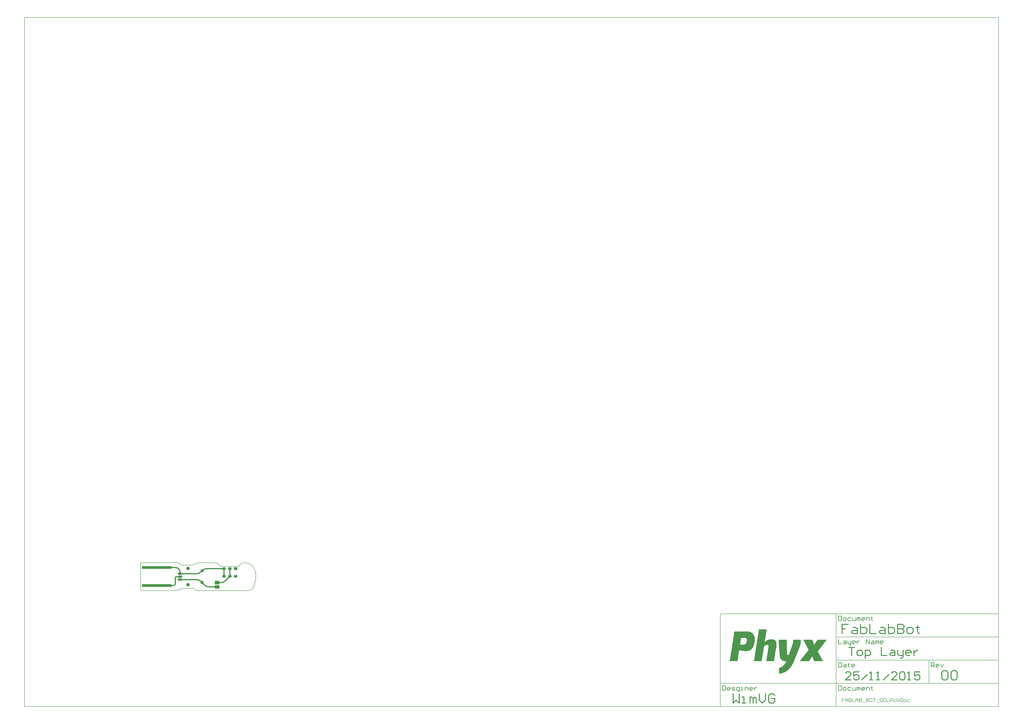
<source format=gtl>
G04 Layer_Physical_Order=1*
G04 Layer_Color=48896*
%FSLAX25Y25*%
%MOIN*%
G70*
G01*
G75*
%ADD10C,0.01969*%
%ADD11R,0.50000X0.05000*%
%ADD12C,0.01575*%
%ADD13C,0.00787*%
%ADD14C,0.00984*%
%ADD15C,0.05906*%
G04:AMPARAMS|DCode=16|XSize=49.21mil|YSize=49.21mil|CornerRadius=12.3mil|HoleSize=0mil|Usage=FLASHONLY|Rotation=90.000|XOffset=0mil|YOffset=0mil|HoleType=Round|Shape=RoundedRectangle|*
%AMROUNDEDRECTD16*
21,1,0.04921,0.02461,0,0,90.0*
21,1,0.02461,0.04921,0,0,90.0*
1,1,0.02461,0.01230,0.01230*
1,1,0.02461,0.01230,-0.01230*
1,1,0.02461,-0.01230,-0.01230*
1,1,0.02461,-0.01230,0.01230*
%
%ADD16ROUNDEDRECTD16*%
%ADD17R,0.04921X0.04921*%
%ADD18O,0.07874X0.03937*%
%ADD19O,0.07874X0.03937*%
G04:AMPARAMS|DCode=20|XSize=78.74mil|YSize=62.99mil|CornerRadius=15.75mil|HoleSize=0mil|Usage=FLASHONLY|Rotation=180.000|XOffset=0mil|YOffset=0mil|HoleType=Round|Shape=RoundedRectangle|*
%AMROUNDEDRECTD20*
21,1,0.07874,0.03150,0,0,180.0*
21,1,0.04724,0.06299,0,0,180.0*
1,1,0.03150,-0.02362,0.01575*
1,1,0.03150,0.02362,0.01575*
1,1,0.03150,0.02362,-0.01575*
1,1,0.03150,-0.02362,-0.01575*
%
%ADD20ROUNDEDRECTD20*%
%ADD21O,0.06299X0.04724*%
G04:AMPARAMS|DCode=22|XSize=62.99mil|YSize=47.24mil|CornerRadius=11.81mil|HoleSize=0mil|Usage=FLASHONLY|Rotation=180.000|XOffset=0mil|YOffset=0mil|HoleType=Round|Shape=RoundedRectangle|*
%AMROUNDEDRECTD22*
21,1,0.06299,0.02362,0,0,180.0*
21,1,0.03937,0.04724,0,0,180.0*
1,1,0.02362,-0.01969,0.01181*
1,1,0.02362,0.01969,0.01181*
1,1,0.02362,0.01969,-0.01181*
1,1,0.02362,-0.01969,-0.01181*
%
%ADD22ROUNDEDRECTD22*%
G36*
X1121080Y-83717D02*
Y-84003D01*
Y-84290D01*
Y-84576D01*
Y-84862D01*
Y-85149D01*
Y-85435D01*
Y-85721D01*
Y-86007D01*
Y-86294D01*
Y-86580D01*
Y-86866D01*
Y-87153D01*
Y-87439D01*
Y-87725D01*
Y-88012D01*
Y-88298D01*
Y-88584D01*
Y-88871D01*
Y-89157D01*
Y-89443D01*
X1120793D01*
Y-89730D01*
Y-90016D01*
Y-90302D01*
Y-90588D01*
Y-90875D01*
X1120507D01*
Y-91161D01*
Y-91448D01*
Y-91734D01*
Y-92020D01*
X1120221D01*
Y-92306D01*
Y-92593D01*
Y-92879D01*
Y-93165D01*
X1119934D01*
Y-93452D01*
Y-93738D01*
Y-94024D01*
X1119648D01*
Y-94311D01*
Y-94597D01*
Y-94883D01*
X1119362D01*
Y-95170D01*
Y-95456D01*
Y-95742D01*
X1119075D01*
Y-96029D01*
Y-96315D01*
Y-96601D01*
X1118789D01*
Y-96887D01*
Y-97174D01*
X1118503D01*
Y-97460D01*
Y-97746D01*
X1118217D01*
Y-98033D01*
Y-98319D01*
Y-98605D01*
X1117930D01*
Y-98892D01*
Y-99178D01*
X1117644D01*
Y-99464D01*
Y-99751D01*
Y-100037D01*
X1117358D01*
Y-100323D01*
Y-100610D01*
X1117071D01*
Y-100896D01*
Y-101182D01*
Y-101468D01*
X1116785D01*
Y-101755D01*
Y-102041D01*
X1116499D01*
Y-102327D01*
Y-102614D01*
Y-102900D01*
X1116212D01*
Y-103186D01*
Y-103473D01*
X1115926D01*
Y-103759D01*
Y-104045D01*
Y-104332D01*
X1115640D01*
Y-104618D01*
Y-104904D01*
X1115353D01*
Y-105191D01*
Y-105477D01*
Y-105763D01*
X1115067D01*
Y-106049D01*
Y-106336D01*
X1114781D01*
Y-106622D01*
Y-106908D01*
Y-107195D01*
X1114494D01*
Y-107481D01*
Y-107767D01*
X1114208D01*
Y-108054D01*
Y-108340D01*
Y-108626D01*
X1113922D01*
Y-108913D01*
Y-109199D01*
X1113636D01*
Y-109485D01*
Y-109772D01*
Y-110058D01*
X1113349D01*
Y-110344D01*
Y-110630D01*
X1113063D01*
Y-110917D01*
Y-111203D01*
Y-111489D01*
X1112776D01*
Y-111776D01*
Y-112062D01*
X1112490D01*
Y-112348D01*
Y-112635D01*
Y-112921D01*
X1112204D01*
Y-113207D01*
Y-113494D01*
X1111918D01*
Y-113780D01*
Y-114066D01*
Y-114353D01*
X1111631D01*
Y-114639D01*
Y-114925D01*
X1111345D01*
Y-115211D01*
Y-115498D01*
Y-115784D01*
X1111059D01*
Y-116070D01*
Y-116357D01*
X1110772D01*
Y-116643D01*
Y-116929D01*
Y-117216D01*
X1110486D01*
Y-117502D01*
Y-117788D01*
X1110200D01*
Y-118075D01*
Y-118361D01*
Y-118647D01*
X1109913D01*
Y-118933D01*
Y-119220D01*
X1109627D01*
Y-119506D01*
Y-119792D01*
Y-120079D01*
X1109341D01*
Y-120365D01*
Y-120651D01*
X1109054D01*
Y-120938D01*
Y-121224D01*
X1108768D01*
Y-121510D01*
Y-121797D01*
X1108482D01*
Y-122083D01*
Y-122369D01*
Y-122656D01*
X1108195D01*
Y-122942D01*
X1107909D01*
Y-123228D01*
Y-123514D01*
Y-123801D01*
X1107623D01*
Y-124087D01*
X1107337D01*
Y-124373D01*
Y-124660D01*
X1107050D01*
Y-124946D01*
Y-125232D01*
X1106764D01*
Y-125519D01*
Y-125805D01*
X1106478D01*
Y-126091D01*
Y-126378D01*
X1106191D01*
Y-126664D01*
X1105905D01*
Y-126950D01*
Y-127237D01*
X1105619D01*
Y-127523D01*
Y-127809D01*
X1105332D01*
Y-128095D01*
X1105046D01*
Y-128382D01*
X1104760D01*
Y-128668D01*
Y-128954D01*
X1104473D01*
Y-129241D01*
X1104187D01*
Y-129527D01*
Y-129813D01*
X1103901D01*
Y-130100D01*
X1103615D01*
Y-130386D01*
X1103328D01*
Y-130672D01*
Y-130959D01*
X1103042D01*
Y-131245D01*
X1102756D01*
Y-131531D01*
X1102469D01*
Y-131818D01*
X1102183D01*
Y-132104D01*
X1101897D01*
Y-132390D01*
Y-132676D01*
X1101610D01*
Y-132963D01*
X1101324D01*
Y-133249D01*
X1101038D01*
Y-133535D01*
X1100751D01*
Y-133822D01*
X1100465D01*
Y-134108D01*
X1100179D01*
Y-134394D01*
X1099892D01*
Y-134681D01*
X1099320D01*
Y-134967D01*
X1099034D01*
Y-135253D01*
X1098747D01*
Y-135540D01*
X1098461D01*
Y-135826D01*
X1098175D01*
Y-136112D01*
X1097602D01*
Y-136399D01*
X1097316D01*
Y-136685D01*
X1096743D01*
Y-136971D01*
X1096457D01*
Y-137258D01*
X1095884D01*
Y-137544D01*
X1095598D01*
Y-137830D01*
X1095025D01*
Y-138117D01*
X1094452D01*
Y-138403D01*
X1093880D01*
Y-138689D01*
X1093307D01*
Y-138975D01*
X1092735D01*
Y-139262D01*
X1091876D01*
Y-139548D01*
X1091303D01*
Y-139834D01*
X1090444D01*
Y-140121D01*
X1089299D01*
Y-140407D01*
X1088154D01*
Y-140693D01*
X1086436D01*
Y-140980D01*
X1084432D01*
Y-141266D01*
X1084145D01*
Y-140980D01*
Y-140693D01*
Y-140407D01*
Y-140121D01*
Y-139834D01*
Y-139548D01*
Y-139262D01*
Y-138975D01*
Y-138689D01*
Y-138403D01*
Y-138117D01*
Y-137830D01*
Y-137544D01*
Y-137258D01*
Y-136971D01*
Y-136685D01*
Y-136399D01*
Y-136112D01*
Y-135826D01*
Y-135540D01*
Y-135253D01*
Y-134967D01*
Y-134681D01*
Y-134394D01*
Y-134108D01*
Y-133822D01*
Y-133535D01*
Y-133249D01*
Y-132963D01*
Y-132676D01*
Y-132390D01*
Y-132104D01*
Y-131818D01*
X1084718D01*
Y-131531D01*
X1085291D01*
Y-131245D01*
X1085863D01*
Y-130959D01*
X1086436D01*
Y-130672D01*
X1087008D01*
Y-130386D01*
X1087581D01*
Y-130100D01*
X1087867D01*
Y-129813D01*
X1088440D01*
Y-129527D01*
X1088726D01*
Y-129241D01*
X1089299D01*
Y-128954D01*
X1089585D01*
Y-128668D01*
X1089872D01*
Y-128382D01*
X1090444D01*
Y-128095D01*
X1090730D01*
Y-127809D01*
X1091017D01*
Y-127523D01*
X1091303D01*
Y-127237D01*
X1091589D01*
Y-126950D01*
X1091876D01*
Y-126664D01*
X1092162D01*
Y-126378D01*
X1092448D01*
Y-126091D01*
X1092735D01*
Y-125805D01*
X1093021D01*
Y-125519D01*
X1093307D01*
Y-125232D01*
X1093594D01*
Y-124946D01*
Y-124660D01*
X1093880D01*
Y-124373D01*
X1094166D01*
Y-124087D01*
X1094452D01*
Y-123801D01*
Y-123514D01*
X1094739D01*
Y-123228D01*
X1095025D01*
Y-122942D01*
Y-122656D01*
X1095311D01*
Y-122369D01*
Y-122083D01*
X1095598D01*
Y-121797D01*
X1095884D01*
Y-121510D01*
Y-121224D01*
X1096170D01*
Y-120938D01*
Y-120651D01*
X1096457D01*
Y-120365D01*
Y-120079D01*
X1094739D01*
Y-119792D01*
X1092735D01*
Y-119506D01*
X1091589D01*
Y-119220D01*
X1091017D01*
Y-118933D01*
X1090158D01*
Y-118647D01*
X1089585D01*
Y-118361D01*
X1089299D01*
Y-118075D01*
X1088726D01*
Y-117788D01*
X1088440D01*
Y-117502D01*
X1088154D01*
Y-117216D01*
X1087867D01*
Y-116929D01*
X1087581D01*
Y-116643D01*
X1087295D01*
Y-116357D01*
Y-116070D01*
X1087008D01*
Y-115784D01*
X1086722D01*
Y-115498D01*
Y-115211D01*
X1086436D01*
Y-114925D01*
Y-114639D01*
X1086149D01*
Y-114353D01*
Y-114066D01*
X1085863D01*
Y-113780D01*
Y-113494D01*
Y-113207D01*
X1085577D01*
Y-112921D01*
Y-112635D01*
Y-112348D01*
Y-112062D01*
X1085291D01*
Y-111776D01*
Y-111489D01*
Y-111203D01*
Y-110917D01*
Y-110630D01*
Y-110344D01*
Y-110058D01*
X1085004D01*
Y-109772D01*
Y-109485D01*
Y-109199D01*
Y-108913D01*
Y-108626D01*
Y-108340D01*
Y-108054D01*
Y-107767D01*
Y-107481D01*
Y-107195D01*
Y-106908D01*
Y-106622D01*
Y-106336D01*
Y-106049D01*
Y-105763D01*
X1084718D01*
Y-105477D01*
Y-105191D01*
Y-104904D01*
Y-104618D01*
Y-104332D01*
Y-104045D01*
Y-103759D01*
Y-103473D01*
Y-103186D01*
Y-102900D01*
Y-102614D01*
Y-102327D01*
Y-102041D01*
Y-101755D01*
Y-101468D01*
X1084432D01*
Y-101182D01*
Y-100896D01*
Y-100610D01*
Y-100323D01*
Y-100037D01*
Y-99751D01*
Y-99464D01*
Y-99178D01*
Y-98892D01*
Y-98605D01*
Y-98319D01*
Y-98033D01*
Y-97746D01*
Y-97460D01*
Y-97174D01*
Y-96887D01*
X1084145D01*
Y-96601D01*
Y-96315D01*
Y-96029D01*
Y-95742D01*
Y-95456D01*
Y-95170D01*
Y-94883D01*
Y-94597D01*
Y-94311D01*
Y-94024D01*
Y-93738D01*
Y-93452D01*
Y-93165D01*
Y-92879D01*
Y-92593D01*
Y-92306D01*
X1083859D01*
Y-92020D01*
Y-91734D01*
Y-91448D01*
Y-91161D01*
Y-90875D01*
Y-90588D01*
Y-90302D01*
Y-90016D01*
Y-89730D01*
Y-89443D01*
Y-89157D01*
Y-88871D01*
Y-88584D01*
Y-88298D01*
X1083573D01*
Y-88012D01*
Y-87725D01*
Y-87439D01*
Y-87153D01*
Y-86866D01*
Y-86580D01*
Y-86294D01*
Y-86007D01*
Y-85721D01*
Y-85435D01*
Y-85149D01*
Y-84862D01*
Y-84576D01*
Y-84290D01*
Y-84003D01*
Y-83717D01*
X1083286D01*
Y-83431D01*
X1097029D01*
Y-83717D01*
Y-84003D01*
Y-84290D01*
Y-84576D01*
Y-84862D01*
Y-85149D01*
Y-85435D01*
Y-85721D01*
Y-86007D01*
Y-86294D01*
Y-86580D01*
Y-86866D01*
Y-87153D01*
Y-87439D01*
X1097316D01*
Y-87725D01*
Y-88012D01*
Y-88298D01*
Y-88584D01*
Y-88871D01*
Y-89157D01*
Y-89443D01*
Y-89730D01*
Y-90016D01*
Y-90302D01*
Y-90588D01*
Y-90875D01*
Y-91161D01*
Y-91448D01*
Y-91734D01*
Y-92020D01*
Y-92306D01*
Y-92593D01*
Y-92879D01*
Y-93165D01*
Y-93452D01*
Y-93738D01*
Y-94024D01*
Y-94311D01*
Y-94597D01*
Y-94883D01*
Y-95170D01*
Y-95456D01*
Y-95742D01*
Y-96029D01*
Y-96315D01*
Y-96601D01*
Y-96887D01*
Y-97174D01*
Y-97460D01*
Y-97746D01*
Y-98033D01*
Y-98319D01*
Y-98605D01*
Y-98892D01*
Y-99178D01*
X1097602D01*
Y-99464D01*
X1097316D01*
Y-99751D01*
Y-100037D01*
X1097602D01*
Y-100323D01*
Y-100610D01*
Y-100896D01*
Y-101182D01*
Y-101468D01*
Y-101755D01*
Y-102041D01*
Y-102327D01*
Y-102614D01*
Y-102900D01*
Y-103186D01*
Y-103473D01*
Y-103759D01*
Y-104045D01*
Y-104332D01*
Y-104618D01*
Y-104904D01*
Y-105191D01*
Y-105477D01*
Y-105763D01*
Y-106049D01*
Y-106336D01*
Y-106622D01*
Y-106908D01*
Y-107195D01*
Y-107481D01*
X1097888D01*
Y-107767D01*
Y-108054D01*
Y-108340D01*
X1098175D01*
Y-108626D01*
X1098461D01*
Y-108913D01*
X1098747D01*
Y-109199D01*
X1099606D01*
Y-109485D01*
X1100465D01*
Y-109199D01*
X1100751D01*
Y-108913D01*
Y-108626D01*
Y-108340D01*
X1101038D01*
Y-108054D01*
Y-107767D01*
X1101324D01*
Y-107481D01*
Y-107195D01*
Y-106908D01*
X1101610D01*
Y-106622D01*
Y-106336D01*
Y-106049D01*
X1101897D01*
Y-105763D01*
Y-105477D01*
Y-105191D01*
X1102183D01*
Y-104904D01*
Y-104618D01*
Y-104332D01*
X1102469D01*
Y-104045D01*
Y-103759D01*
X1102756D01*
Y-103473D01*
Y-103186D01*
Y-102900D01*
X1103042D01*
Y-102614D01*
Y-102327D01*
Y-102041D01*
X1103328D01*
Y-101755D01*
Y-101468D01*
Y-101182D01*
X1103615D01*
Y-100896D01*
Y-100610D01*
X1103901D01*
Y-100323D01*
Y-100037D01*
Y-99751D01*
X1104187D01*
Y-99464D01*
Y-99178D01*
Y-98892D01*
X1104473D01*
Y-98605D01*
Y-98319D01*
Y-98033D01*
X1104760D01*
Y-97746D01*
Y-97460D01*
X1105046D01*
Y-97174D01*
Y-96887D01*
Y-96601D01*
X1105332D01*
Y-96315D01*
Y-96029D01*
Y-95742D01*
X1105619D01*
Y-95456D01*
Y-95170D01*
Y-94883D01*
X1105905D01*
Y-94597D01*
Y-94311D01*
X1106191D01*
Y-94024D01*
Y-93738D01*
Y-93452D01*
X1106478D01*
Y-93165D01*
Y-92879D01*
Y-92593D01*
X1106764D01*
Y-92306D01*
Y-92020D01*
Y-91734D01*
X1107050D01*
Y-91448D01*
Y-91161D01*
Y-90875D01*
Y-90588D01*
X1107337D01*
Y-90302D01*
Y-90016D01*
Y-89730D01*
Y-89443D01*
X1107623D01*
Y-89157D01*
Y-88871D01*
Y-88584D01*
Y-88298D01*
Y-88012D01*
X1107909D01*
Y-87725D01*
Y-87439D01*
Y-87153D01*
Y-86866D01*
Y-86580D01*
Y-86294D01*
X1108195D01*
Y-86007D01*
Y-85721D01*
Y-85435D01*
Y-85149D01*
Y-84862D01*
Y-84576D01*
Y-84290D01*
Y-84003D01*
Y-83717D01*
Y-83431D01*
X1121080D01*
Y-83717D01*
D02*
G37*
G36*
X1063244Y-66252D02*
Y-66538D01*
X1062958D01*
Y-66825D01*
Y-67111D01*
Y-67397D01*
Y-67684D01*
Y-67970D01*
Y-68256D01*
X1062672D01*
Y-68542D01*
Y-68829D01*
Y-69115D01*
Y-69401D01*
Y-69688D01*
Y-69974D01*
X1062385D01*
Y-70260D01*
Y-70547D01*
Y-70833D01*
Y-71119D01*
Y-71406D01*
Y-71692D01*
Y-71978D01*
X1062099D01*
Y-72264D01*
Y-72551D01*
Y-72837D01*
Y-73123D01*
Y-73410D01*
Y-73696D01*
X1061813D01*
Y-73982D01*
Y-74269D01*
Y-74555D01*
Y-74841D01*
Y-75128D01*
Y-75414D01*
X1061526D01*
Y-75700D01*
Y-75987D01*
Y-76273D01*
Y-76559D01*
Y-76846D01*
Y-77132D01*
Y-77418D01*
X1061240D01*
Y-77704D01*
Y-77991D01*
Y-78277D01*
Y-78563D01*
Y-78850D01*
Y-79136D01*
X1060954D01*
Y-79422D01*
Y-79709D01*
Y-79995D01*
Y-80281D01*
Y-80568D01*
Y-80854D01*
X1060668D01*
Y-81140D01*
Y-81427D01*
Y-81713D01*
Y-81999D01*
Y-82285D01*
Y-82572D01*
X1060381D01*
Y-82858D01*
Y-83144D01*
Y-83431D01*
Y-83717D01*
Y-84003D01*
Y-84290D01*
Y-84576D01*
X1060095D01*
Y-84862D01*
Y-85149D01*
Y-85435D01*
Y-85721D01*
Y-86007D01*
Y-86294D01*
X1059809D01*
Y-86580D01*
Y-86866D01*
X1060381D01*
Y-86580D01*
X1060668D01*
Y-86294D01*
X1060954D01*
Y-86007D01*
X1061526D01*
Y-85721D01*
X1061813D01*
Y-85435D01*
X1062099D01*
Y-85149D01*
X1062672D01*
Y-84862D01*
X1063244D01*
Y-84576D01*
X1063531D01*
Y-84290D01*
X1064103D01*
Y-84003D01*
X1064962D01*
Y-83717D01*
X1065535D01*
Y-83431D01*
X1066394D01*
Y-83144D01*
X1067825D01*
Y-82858D01*
X1074124D01*
Y-83144D01*
X1075270D01*
Y-83431D01*
X1076128D01*
Y-83717D01*
X1076701D01*
Y-84003D01*
X1076987D01*
Y-84290D01*
X1077560D01*
Y-84576D01*
X1077846D01*
Y-84862D01*
X1078133D01*
Y-85149D01*
X1078419D01*
Y-85435D01*
X1078705D01*
Y-85721D01*
Y-86007D01*
X1078992D01*
Y-86294D01*
Y-86580D01*
X1079278D01*
Y-86866D01*
Y-87153D01*
Y-87439D01*
X1079564D01*
Y-87725D01*
Y-88012D01*
Y-88298D01*
Y-88584D01*
X1079850D01*
Y-88871D01*
Y-89157D01*
Y-89443D01*
Y-89730D01*
Y-90016D01*
Y-90302D01*
Y-90588D01*
Y-90875D01*
Y-91161D01*
Y-91448D01*
Y-91734D01*
Y-92020D01*
Y-92306D01*
Y-92593D01*
Y-92879D01*
Y-93165D01*
Y-93452D01*
Y-93738D01*
X1079564D01*
Y-94024D01*
Y-94311D01*
Y-94597D01*
Y-94883D01*
Y-95170D01*
Y-95456D01*
Y-95742D01*
X1079278D01*
Y-96029D01*
Y-96315D01*
Y-96601D01*
Y-96887D01*
Y-97174D01*
Y-97460D01*
Y-97746D01*
X1078992D01*
Y-98033D01*
Y-98319D01*
Y-98605D01*
Y-98892D01*
Y-99178D01*
Y-99464D01*
X1078705D01*
Y-99751D01*
Y-100037D01*
Y-100323D01*
Y-100610D01*
Y-100896D01*
Y-101182D01*
X1078419D01*
Y-101468D01*
Y-101755D01*
Y-102041D01*
Y-102327D01*
Y-102614D01*
Y-102900D01*
X1078133D01*
Y-103186D01*
Y-103473D01*
Y-103759D01*
Y-104045D01*
Y-104332D01*
Y-104618D01*
Y-104904D01*
X1077846D01*
Y-105191D01*
Y-105477D01*
Y-105763D01*
Y-106049D01*
Y-106336D01*
Y-106622D01*
X1077560D01*
Y-106908D01*
Y-107195D01*
Y-107481D01*
Y-107767D01*
Y-108054D01*
Y-108340D01*
X1077274D01*
Y-108626D01*
Y-108913D01*
Y-109199D01*
Y-109485D01*
Y-109772D01*
Y-110058D01*
Y-110344D01*
X1076987D01*
Y-110630D01*
Y-110917D01*
Y-111203D01*
Y-111489D01*
Y-111776D01*
Y-112062D01*
X1076701D01*
Y-112348D01*
Y-112635D01*
Y-112921D01*
Y-113207D01*
Y-113494D01*
Y-113780D01*
X1076415D01*
Y-114066D01*
Y-114353D01*
Y-114639D01*
Y-114925D01*
Y-115211D01*
Y-115498D01*
X1076128D01*
Y-115784D01*
Y-116070D01*
Y-116357D01*
Y-116643D01*
Y-116929D01*
Y-117216D01*
Y-117502D01*
X1075842D01*
Y-117788D01*
Y-118075D01*
Y-118361D01*
Y-118647D01*
Y-118933D01*
Y-119220D01*
X1075556D01*
Y-119506D01*
Y-119792D01*
X1062385D01*
Y-119506D01*
Y-119220D01*
X1062672D01*
Y-118933D01*
Y-118647D01*
Y-118361D01*
Y-118075D01*
Y-117788D01*
Y-117502D01*
X1062958D01*
Y-117216D01*
Y-116929D01*
Y-116643D01*
Y-116357D01*
Y-116070D01*
Y-115784D01*
Y-115498D01*
X1063244D01*
Y-115211D01*
Y-114925D01*
Y-114639D01*
Y-114353D01*
Y-114066D01*
Y-113780D01*
X1063531D01*
Y-113494D01*
Y-113207D01*
Y-112921D01*
Y-112635D01*
Y-112348D01*
Y-112062D01*
X1063817D01*
Y-111776D01*
Y-111489D01*
Y-111203D01*
Y-110917D01*
Y-110630D01*
Y-110344D01*
Y-110058D01*
X1064103D01*
Y-109772D01*
Y-109485D01*
Y-109199D01*
Y-108913D01*
Y-108626D01*
Y-108340D01*
X1064390D01*
Y-108054D01*
Y-107767D01*
Y-107481D01*
Y-107195D01*
Y-106908D01*
Y-106622D01*
Y-106336D01*
X1064676D01*
Y-106049D01*
Y-105763D01*
Y-105477D01*
Y-105191D01*
Y-104904D01*
Y-104618D01*
X1064962D01*
Y-104332D01*
Y-104045D01*
Y-103759D01*
Y-103473D01*
Y-103186D01*
Y-102900D01*
X1065249D01*
Y-102614D01*
Y-102327D01*
Y-102041D01*
Y-101755D01*
Y-101468D01*
Y-101182D01*
X1065535D01*
Y-100896D01*
Y-100610D01*
Y-100323D01*
Y-100037D01*
Y-99751D01*
Y-99464D01*
Y-99178D01*
X1065821D01*
Y-98892D01*
Y-98605D01*
Y-98319D01*
Y-98033D01*
Y-97746D01*
Y-97460D01*
X1066107D01*
Y-97174D01*
Y-96887D01*
Y-96601D01*
Y-96315D01*
Y-96029D01*
Y-95742D01*
Y-95456D01*
X1066394D01*
Y-95170D01*
Y-94883D01*
Y-94597D01*
Y-94311D01*
Y-94024D01*
Y-93738D01*
X1066107D01*
Y-93452D01*
Y-93165D01*
X1065821D01*
Y-92879D01*
X1065535D01*
Y-92593D01*
X1064962D01*
Y-92306D01*
X1063244D01*
Y-92593D01*
X1061813D01*
Y-92879D01*
X1060954D01*
Y-93165D01*
X1060381D01*
Y-93452D01*
X1060095D01*
Y-93738D01*
X1059522D01*
Y-94024D01*
X1059236D01*
Y-94311D01*
X1058950D01*
Y-94597D01*
Y-94883D01*
X1058663D01*
Y-95170D01*
Y-95456D01*
Y-95742D01*
X1058377D01*
Y-96029D01*
Y-96315D01*
Y-96601D01*
Y-96887D01*
Y-97174D01*
Y-97460D01*
X1058091D01*
Y-97746D01*
Y-98033D01*
Y-98319D01*
Y-98605D01*
Y-98892D01*
Y-99178D01*
Y-99464D01*
X1057804D01*
Y-99751D01*
Y-100037D01*
Y-100323D01*
Y-100610D01*
Y-100896D01*
Y-101182D01*
X1057518D01*
Y-101468D01*
Y-101755D01*
Y-102041D01*
Y-102327D01*
Y-102614D01*
Y-102900D01*
X1057232D01*
Y-103186D01*
Y-103473D01*
Y-103759D01*
Y-104045D01*
Y-104332D01*
Y-104618D01*
X1056946D01*
Y-104904D01*
Y-105191D01*
Y-105477D01*
Y-105763D01*
Y-106049D01*
Y-106336D01*
Y-106622D01*
X1056659D01*
Y-106908D01*
Y-107195D01*
Y-107481D01*
Y-107767D01*
Y-108054D01*
Y-108340D01*
X1056373D01*
Y-108626D01*
Y-108913D01*
Y-109199D01*
Y-109485D01*
Y-109772D01*
Y-110058D01*
X1056087D01*
Y-110344D01*
Y-110630D01*
Y-110917D01*
Y-111203D01*
Y-111489D01*
Y-111776D01*
Y-112062D01*
X1055800D01*
Y-112348D01*
Y-112635D01*
Y-112921D01*
Y-113207D01*
Y-113494D01*
Y-113780D01*
X1055514D01*
Y-114066D01*
Y-114353D01*
Y-114639D01*
Y-114925D01*
Y-115211D01*
Y-115498D01*
X1055228D01*
Y-115784D01*
Y-116070D01*
Y-116357D01*
Y-116643D01*
Y-116929D01*
Y-117216D01*
X1054941D01*
Y-117502D01*
Y-117788D01*
Y-118075D01*
Y-118361D01*
Y-118647D01*
Y-118933D01*
Y-119220D01*
X1054655D01*
Y-119506D01*
Y-119792D01*
X1041485D01*
Y-119506D01*
Y-119220D01*
X1041771D01*
Y-118933D01*
Y-118647D01*
Y-118361D01*
Y-118075D01*
Y-117788D01*
Y-117502D01*
Y-117216D01*
X1042057D01*
Y-116929D01*
Y-116643D01*
Y-116357D01*
Y-116070D01*
Y-115784D01*
Y-115498D01*
X1042344D01*
Y-115211D01*
Y-114925D01*
Y-114639D01*
Y-114353D01*
Y-114066D01*
Y-113780D01*
X1042630D01*
Y-113494D01*
Y-113207D01*
Y-112921D01*
Y-112635D01*
Y-112348D01*
Y-112062D01*
Y-111776D01*
X1042916D01*
Y-111489D01*
Y-111203D01*
Y-110917D01*
Y-110630D01*
Y-110344D01*
Y-110058D01*
X1043202D01*
Y-109772D01*
Y-109485D01*
Y-109199D01*
Y-108913D01*
Y-108626D01*
Y-108340D01*
X1043489D01*
Y-108054D01*
Y-107767D01*
Y-107481D01*
Y-107195D01*
Y-106908D01*
Y-106622D01*
X1043775D01*
Y-106336D01*
Y-106049D01*
Y-105763D01*
Y-105477D01*
Y-105191D01*
Y-104904D01*
Y-104618D01*
X1044061D01*
Y-104332D01*
Y-104045D01*
Y-103759D01*
Y-103473D01*
Y-103186D01*
Y-102900D01*
X1044348D01*
Y-102614D01*
Y-102327D01*
Y-102041D01*
Y-101755D01*
Y-101468D01*
Y-101182D01*
X1044634D01*
Y-100896D01*
Y-100610D01*
Y-100323D01*
Y-100037D01*
Y-99751D01*
Y-99464D01*
Y-99178D01*
X1044920D01*
Y-98892D01*
Y-98605D01*
Y-98319D01*
Y-98033D01*
Y-97746D01*
Y-97460D01*
X1045207D01*
Y-97174D01*
Y-96887D01*
Y-96601D01*
Y-96315D01*
Y-96029D01*
Y-95742D01*
X1045493D01*
Y-95456D01*
Y-95170D01*
Y-94883D01*
Y-94597D01*
Y-94311D01*
Y-94024D01*
X1045779D01*
Y-93738D01*
Y-93452D01*
Y-93165D01*
Y-92879D01*
Y-92593D01*
Y-92306D01*
Y-92020D01*
X1046066D01*
Y-91734D01*
Y-91448D01*
Y-91161D01*
Y-90875D01*
Y-90588D01*
Y-90302D01*
X1046352D01*
Y-90016D01*
Y-89730D01*
Y-89443D01*
Y-89157D01*
Y-88871D01*
Y-88584D01*
X1046638D01*
Y-88298D01*
Y-88012D01*
Y-87725D01*
Y-87439D01*
Y-87153D01*
Y-86866D01*
X1046925D01*
Y-86580D01*
Y-86294D01*
Y-86007D01*
Y-85721D01*
Y-85435D01*
Y-85149D01*
Y-84862D01*
X1047211D01*
Y-84576D01*
Y-84290D01*
Y-84003D01*
Y-83717D01*
Y-83431D01*
Y-83144D01*
X1047497D01*
Y-82858D01*
Y-82572D01*
Y-82285D01*
Y-81999D01*
Y-81713D01*
Y-81427D01*
X1047783D01*
Y-81140D01*
Y-80854D01*
Y-80568D01*
Y-80281D01*
Y-79995D01*
Y-79709D01*
Y-79422D01*
X1048070D01*
Y-79136D01*
Y-78850D01*
Y-78563D01*
Y-78277D01*
Y-77991D01*
Y-77704D01*
X1048356D01*
Y-77418D01*
Y-77132D01*
Y-76846D01*
Y-76559D01*
Y-76273D01*
Y-75987D01*
X1048642D01*
Y-75700D01*
Y-75414D01*
Y-75128D01*
Y-74841D01*
Y-74555D01*
Y-74269D01*
X1048929D01*
Y-73982D01*
Y-73696D01*
Y-73410D01*
Y-73123D01*
Y-72837D01*
Y-72551D01*
Y-72264D01*
X1049215D01*
Y-71978D01*
Y-71692D01*
Y-71406D01*
Y-71119D01*
Y-70833D01*
Y-70547D01*
X1049501D01*
Y-70260D01*
Y-69974D01*
Y-69688D01*
Y-69401D01*
Y-69115D01*
Y-68829D01*
X1049788D01*
Y-68542D01*
Y-68256D01*
Y-67970D01*
Y-67684D01*
Y-67397D01*
Y-67111D01*
Y-66825D01*
X1050074D01*
Y-66538D01*
Y-66252D01*
Y-65966D01*
X1063244D01*
Y-66252D01*
D02*
G37*
G36*
X1032036Y-69688D02*
X1033754D01*
Y-69974D01*
X1034613D01*
Y-70260D01*
X1035472D01*
Y-70547D01*
X1036331D01*
Y-70833D01*
X1036904D01*
Y-71119D01*
X1037190D01*
Y-71406D01*
X1037763D01*
Y-71692D01*
X1038049D01*
Y-71978D01*
X1038622D01*
Y-72264D01*
X1038908D01*
Y-72551D01*
X1039194D01*
Y-72837D01*
X1039480D01*
Y-73123D01*
X1039767D01*
Y-73410D01*
X1040053D01*
Y-73696D01*
X1040339D01*
Y-73982D01*
Y-74269D01*
X1040626D01*
Y-74555D01*
X1040912D01*
Y-74841D01*
Y-75128D01*
X1041198D01*
Y-75414D01*
X1041485D01*
Y-75700D01*
Y-75987D01*
X1041771D01*
Y-76273D01*
Y-76559D01*
Y-76846D01*
X1042057D01*
Y-77132D01*
Y-77418D01*
Y-77704D01*
X1042344D01*
Y-77991D01*
Y-78277D01*
Y-78563D01*
Y-78850D01*
X1042630D01*
Y-79136D01*
Y-79422D01*
Y-79709D01*
Y-79995D01*
Y-80281D01*
X1042916D01*
Y-80568D01*
Y-80854D01*
Y-81140D01*
Y-81427D01*
Y-81713D01*
Y-81999D01*
Y-82285D01*
Y-82572D01*
Y-82858D01*
Y-83144D01*
Y-83431D01*
Y-83717D01*
Y-84003D01*
Y-84290D01*
Y-84576D01*
Y-84862D01*
Y-85149D01*
Y-85435D01*
Y-85721D01*
Y-86007D01*
X1042630D01*
Y-86294D01*
Y-86580D01*
Y-86866D01*
Y-87153D01*
Y-87439D01*
Y-87725D01*
Y-88012D01*
X1042344D01*
Y-88298D01*
Y-88584D01*
Y-88871D01*
Y-89157D01*
Y-89443D01*
X1042057D01*
Y-89730D01*
Y-90016D01*
Y-90302D01*
Y-90588D01*
Y-90875D01*
X1041771D01*
Y-91161D01*
Y-91448D01*
Y-91734D01*
X1041485D01*
Y-92020D01*
Y-92306D01*
Y-92593D01*
Y-92879D01*
X1041198D01*
Y-93165D01*
Y-93452D01*
Y-93738D01*
X1040912D01*
Y-94024D01*
Y-94311D01*
X1040626D01*
Y-94597D01*
Y-94883D01*
Y-95170D01*
X1040339D01*
Y-95456D01*
Y-95742D01*
X1040053D01*
Y-96029D01*
Y-96315D01*
X1039767D01*
Y-96601D01*
Y-96887D01*
X1039480D01*
Y-97174D01*
X1039194D01*
Y-97460D01*
Y-97746D01*
X1038908D01*
Y-98033D01*
X1038622D01*
Y-98319D01*
X1038335D01*
Y-98605D01*
Y-98892D01*
X1038049D01*
Y-99178D01*
X1037763D01*
Y-99464D01*
X1037476D01*
Y-99751D01*
X1037190D01*
Y-100037D01*
X1036904D01*
Y-100323D01*
X1036331D01*
Y-100610D01*
X1036045D01*
Y-100896D01*
X1035472D01*
Y-101182D01*
X1035186D01*
Y-101468D01*
X1034613D01*
Y-101755D01*
X1033754D01*
Y-102041D01*
X1032895D01*
Y-102327D01*
X1032036D01*
Y-102614D01*
X1030318D01*
Y-102900D01*
X1025165D01*
Y-102614D01*
X1022588D01*
Y-102327D01*
X1020584D01*
Y-102041D01*
X1019152D01*
Y-101755D01*
X1017721D01*
Y-101468D01*
X1016289D01*
Y-101755D01*
Y-102041D01*
Y-102327D01*
Y-102614D01*
Y-102900D01*
Y-103186D01*
Y-103473D01*
X1016003D01*
Y-103759D01*
Y-104045D01*
Y-104332D01*
Y-104618D01*
Y-104904D01*
Y-105191D01*
X1015716D01*
Y-105477D01*
Y-105763D01*
Y-106049D01*
Y-106336D01*
Y-106622D01*
Y-106908D01*
X1015430D01*
Y-107195D01*
Y-107481D01*
Y-107767D01*
Y-108054D01*
Y-108340D01*
Y-108626D01*
Y-108913D01*
X1015144D01*
Y-109199D01*
Y-109485D01*
Y-109772D01*
Y-110058D01*
Y-110344D01*
Y-110630D01*
X1014857D01*
Y-110917D01*
Y-111203D01*
Y-111489D01*
Y-111776D01*
Y-112062D01*
Y-112348D01*
X1014571D01*
Y-112635D01*
Y-112921D01*
Y-113207D01*
Y-113494D01*
Y-113780D01*
Y-114066D01*
Y-114353D01*
X1014285D01*
Y-114639D01*
Y-114925D01*
Y-115211D01*
Y-115498D01*
Y-115784D01*
Y-116070D01*
X1013999D01*
Y-116357D01*
Y-116643D01*
Y-116929D01*
Y-117216D01*
Y-117502D01*
Y-117788D01*
X1013712D01*
Y-118075D01*
Y-118361D01*
Y-118647D01*
Y-118933D01*
Y-119220D01*
Y-119506D01*
Y-119792D01*
X1000256D01*
Y-119506D01*
X1000542D01*
Y-119220D01*
Y-118933D01*
Y-118647D01*
Y-118361D01*
Y-118075D01*
X1000828D01*
Y-117788D01*
Y-117502D01*
Y-117216D01*
Y-116929D01*
Y-116643D01*
Y-116357D01*
Y-116070D01*
X1001114D01*
Y-115784D01*
Y-115498D01*
Y-115211D01*
Y-114925D01*
Y-114639D01*
Y-114353D01*
X1001401D01*
Y-114066D01*
Y-113780D01*
Y-113494D01*
Y-113207D01*
Y-112921D01*
Y-112635D01*
X1001687D01*
Y-112348D01*
Y-112062D01*
Y-111776D01*
Y-111489D01*
Y-111203D01*
Y-110917D01*
Y-110630D01*
X1001974D01*
Y-110344D01*
Y-110058D01*
Y-109772D01*
Y-109485D01*
Y-109199D01*
Y-108913D01*
X1002260D01*
Y-108626D01*
Y-108340D01*
Y-108054D01*
Y-107767D01*
Y-107481D01*
Y-107195D01*
X1002546D01*
Y-106908D01*
Y-106622D01*
Y-106336D01*
Y-106049D01*
Y-105763D01*
Y-105477D01*
X1002832D01*
Y-105191D01*
Y-104904D01*
Y-104618D01*
Y-104332D01*
Y-104045D01*
Y-103759D01*
Y-103473D01*
X1003119D01*
Y-103186D01*
Y-102900D01*
Y-102614D01*
Y-102327D01*
Y-102041D01*
Y-101755D01*
X1003405D01*
Y-101468D01*
Y-101182D01*
Y-100896D01*
Y-100610D01*
Y-100323D01*
Y-100037D01*
X1003691D01*
Y-99751D01*
Y-99464D01*
Y-99178D01*
Y-98892D01*
Y-98605D01*
Y-98319D01*
X1003978D01*
Y-98033D01*
Y-97746D01*
Y-97460D01*
Y-97174D01*
Y-96887D01*
Y-96601D01*
Y-96315D01*
X1004264D01*
Y-96029D01*
Y-95742D01*
Y-95456D01*
Y-95170D01*
Y-94883D01*
Y-94597D01*
X1004550D01*
Y-94311D01*
Y-94024D01*
Y-93738D01*
Y-93452D01*
Y-93165D01*
Y-92879D01*
X1004837D01*
Y-92593D01*
Y-92306D01*
Y-92020D01*
Y-91734D01*
Y-91448D01*
Y-91161D01*
Y-90875D01*
X1005123D01*
Y-90588D01*
Y-90302D01*
Y-90016D01*
Y-89730D01*
Y-89443D01*
Y-89157D01*
X1005409D01*
Y-88871D01*
Y-88584D01*
Y-88298D01*
Y-88012D01*
Y-87725D01*
Y-87439D01*
X1005696D01*
Y-87153D01*
Y-86866D01*
Y-86580D01*
Y-86294D01*
Y-86007D01*
Y-85721D01*
X1005982D01*
Y-85435D01*
Y-85149D01*
Y-84862D01*
Y-84576D01*
Y-84290D01*
Y-84003D01*
Y-83717D01*
X1006268D01*
Y-83431D01*
Y-83144D01*
Y-82858D01*
Y-82572D01*
Y-82285D01*
Y-81999D01*
X1006555D01*
Y-81713D01*
Y-81427D01*
Y-81140D01*
Y-80854D01*
Y-80568D01*
Y-80281D01*
X1006841D01*
Y-79995D01*
Y-79709D01*
Y-79422D01*
Y-79136D01*
Y-78850D01*
Y-78563D01*
Y-78277D01*
X1007127D01*
Y-77991D01*
Y-77704D01*
Y-77418D01*
Y-77132D01*
Y-76846D01*
Y-76559D01*
X1007413D01*
Y-76273D01*
Y-75987D01*
Y-75700D01*
Y-75414D01*
Y-75128D01*
Y-74841D01*
X1007700D01*
Y-74555D01*
Y-74269D01*
Y-73982D01*
Y-73696D01*
Y-73410D01*
Y-73123D01*
Y-72837D01*
X1007986D01*
Y-72551D01*
Y-72264D01*
Y-71978D01*
Y-71692D01*
Y-71406D01*
Y-71119D01*
X1008272D01*
Y-70833D01*
Y-70547D01*
Y-70260D01*
Y-69974D01*
Y-69688D01*
Y-69401D01*
X1032036D01*
Y-69688D01*
D02*
G37*
G36*
X1165172Y-83717D02*
X1164886D01*
Y-84003D01*
X1164599D01*
Y-84290D01*
Y-84576D01*
X1164313D01*
Y-84862D01*
X1164027D01*
Y-85149D01*
X1163740D01*
Y-85435D01*
Y-85721D01*
X1163454D01*
Y-86007D01*
X1163168D01*
Y-86294D01*
X1162881D01*
Y-86580D01*
X1162595D01*
Y-86866D01*
Y-87153D01*
X1162309D01*
Y-87439D01*
X1162022D01*
Y-87725D01*
X1161736D01*
Y-88012D01*
Y-88298D01*
X1161450D01*
Y-88584D01*
X1161163D01*
Y-88871D01*
X1160877D01*
Y-89157D01*
X1160591D01*
Y-89443D01*
Y-89730D01*
X1160305D01*
Y-90016D01*
X1160018D01*
Y-90302D01*
X1159732D01*
Y-90588D01*
Y-90875D01*
X1159445D01*
Y-91161D01*
X1159159D01*
Y-91448D01*
X1158873D01*
Y-91734D01*
Y-92020D01*
X1158587D01*
Y-92306D01*
X1158300D01*
Y-92593D01*
X1158014D01*
Y-92879D01*
X1157728D01*
Y-93165D01*
Y-93452D01*
X1157441D01*
Y-93738D01*
X1157155D01*
Y-94024D01*
X1156869D01*
Y-94311D01*
Y-94597D01*
X1156582D01*
Y-94883D01*
X1156296D01*
Y-95170D01*
X1156010D01*
Y-95456D01*
Y-95742D01*
X1155723D01*
Y-96029D01*
X1155437D01*
Y-96315D01*
X1155151D01*
Y-96601D01*
X1154865D01*
Y-96887D01*
Y-97174D01*
X1154578D01*
Y-97460D01*
X1154292D01*
Y-97746D01*
X1154006D01*
Y-98033D01*
Y-98319D01*
X1153719D01*
Y-98605D01*
X1153433D01*
Y-98892D01*
X1153147D01*
Y-99178D01*
Y-99464D01*
X1152860D01*
Y-99751D01*
X1152574D01*
Y-100037D01*
X1152288D01*
Y-100323D01*
X1152001D01*
Y-100610D01*
Y-100896D01*
X1151715D01*
Y-101182D01*
X1151429D01*
Y-101468D01*
X1151142D01*
Y-101755D01*
Y-102041D01*
X1150856D01*
Y-102327D01*
X1150570D01*
Y-102614D01*
X1150284D01*
Y-102900D01*
X1149997D01*
Y-103186D01*
Y-103473D01*
X1150284D01*
Y-103759D01*
Y-104045D01*
X1150570D01*
Y-104332D01*
Y-104618D01*
X1150856D01*
Y-104904D01*
X1151142D01*
Y-105191D01*
Y-105477D01*
X1151429D01*
Y-105763D01*
Y-106049D01*
X1151715D01*
Y-106336D01*
Y-106622D01*
X1152001D01*
Y-106908D01*
Y-107195D01*
X1152288D01*
Y-107481D01*
Y-107767D01*
X1152574D01*
Y-108054D01*
Y-108340D01*
X1152860D01*
Y-108626D01*
Y-108913D01*
X1153147D01*
Y-109199D01*
Y-109485D01*
X1153433D01*
Y-109772D01*
X1153719D01*
Y-110058D01*
Y-110344D01*
X1154006D01*
Y-110630D01*
Y-110917D01*
X1154292D01*
Y-111203D01*
Y-111489D01*
X1154578D01*
Y-111776D01*
Y-112062D01*
X1154865D01*
Y-112348D01*
Y-112635D01*
X1155151D01*
Y-112921D01*
Y-113207D01*
X1155437D01*
Y-113494D01*
Y-113780D01*
X1155723D01*
Y-114066D01*
X1156010D01*
Y-114353D01*
Y-114639D01*
X1156296D01*
Y-114925D01*
Y-115211D01*
X1156582D01*
Y-115498D01*
Y-115784D01*
X1156869D01*
Y-116070D01*
Y-116357D01*
X1157155D01*
Y-116643D01*
Y-116929D01*
X1157441D01*
Y-117216D01*
Y-117502D01*
X1157728D01*
Y-117788D01*
Y-118075D01*
X1158014D01*
Y-118361D01*
X1158300D01*
Y-118647D01*
Y-118933D01*
X1158587D01*
Y-119220D01*
Y-119506D01*
X1158873D01*
Y-119792D01*
X1143698D01*
Y-119506D01*
X1143412D01*
Y-119220D01*
Y-118933D01*
Y-118647D01*
X1143126D01*
Y-118361D01*
Y-118075D01*
Y-117788D01*
X1142839D01*
Y-117502D01*
Y-117216D01*
X1142553D01*
Y-116929D01*
Y-116643D01*
Y-116357D01*
X1142267D01*
Y-116070D01*
Y-115784D01*
Y-115498D01*
X1141980D01*
Y-115211D01*
Y-114925D01*
X1141694D01*
Y-114639D01*
Y-114353D01*
Y-114066D01*
X1141408D01*
Y-113780D01*
Y-113494D01*
Y-113207D01*
X1141121D01*
Y-112921D01*
Y-112635D01*
Y-112348D01*
X1140835D01*
Y-112062D01*
X1140263D01*
Y-112348D01*
Y-112635D01*
X1139976D01*
Y-112921D01*
X1139690D01*
Y-113207D01*
Y-113494D01*
X1139404D01*
Y-113780D01*
X1139117D01*
Y-114066D01*
Y-114353D01*
X1138831D01*
Y-114639D01*
X1138545D01*
Y-114925D01*
Y-115211D01*
X1138258D01*
Y-115498D01*
X1137972D01*
Y-115784D01*
X1137686D01*
Y-116070D01*
Y-116357D01*
X1137399D01*
Y-116643D01*
X1137113D01*
Y-116929D01*
Y-117216D01*
X1136827D01*
Y-117502D01*
X1136541D01*
Y-117788D01*
Y-118075D01*
X1136254D01*
Y-118361D01*
X1135968D01*
Y-118647D01*
Y-118933D01*
X1135682D01*
Y-119220D01*
X1135395D01*
Y-119506D01*
Y-119792D01*
X1119362D01*
Y-119506D01*
X1119648D01*
Y-119220D01*
X1119934D01*
Y-118933D01*
X1120221D01*
Y-118647D01*
X1120507D01*
Y-118361D01*
Y-118075D01*
X1120793D01*
Y-117788D01*
X1121080D01*
Y-117502D01*
X1121366D01*
Y-117216D01*
X1121652D01*
Y-116929D01*
Y-116643D01*
X1121939D01*
Y-116357D01*
X1122225D01*
Y-116070D01*
X1122511D01*
Y-115784D01*
Y-115498D01*
X1122797D01*
Y-115211D01*
X1123084D01*
Y-114925D01*
X1123370D01*
Y-114639D01*
X1123656D01*
Y-114353D01*
Y-114066D01*
X1123943D01*
Y-113780D01*
X1124229D01*
Y-113494D01*
X1124515D01*
Y-113207D01*
X1124802D01*
Y-112921D01*
Y-112635D01*
X1125088D01*
Y-112348D01*
X1125374D01*
Y-112062D01*
X1125661D01*
Y-111776D01*
Y-111489D01*
X1125947D01*
Y-111203D01*
X1126233D01*
Y-110917D01*
X1126519D01*
Y-110630D01*
X1126806D01*
Y-110344D01*
Y-110058D01*
X1127092D01*
Y-109772D01*
X1127378D01*
Y-109485D01*
X1127665D01*
Y-109199D01*
Y-108913D01*
X1127951D01*
Y-108626D01*
X1128237D01*
Y-108340D01*
X1128524D01*
Y-108054D01*
X1128810D01*
Y-107767D01*
Y-107481D01*
X1129096D01*
Y-107195D01*
X1129383D01*
Y-106908D01*
X1129669D01*
Y-106622D01*
Y-106336D01*
X1129955D01*
Y-106049D01*
X1130242D01*
Y-105763D01*
X1130528D01*
Y-105477D01*
X1130814D01*
Y-105191D01*
Y-104904D01*
X1131100D01*
Y-104618D01*
X1131387D01*
Y-104332D01*
X1131673D01*
Y-104045D01*
X1131960D01*
Y-103759D01*
Y-103473D01*
X1132246D01*
Y-103186D01*
X1132532D01*
Y-102900D01*
X1132818D01*
Y-102614D01*
Y-102327D01*
X1133105D01*
Y-102041D01*
X1133391D01*
Y-101755D01*
X1133677D01*
Y-101468D01*
X1133964D01*
Y-101182D01*
Y-100896D01*
X1134250D01*
Y-100610D01*
Y-100323D01*
Y-100037D01*
X1133964D01*
Y-99751D01*
X1133677D01*
Y-99464D01*
Y-99178D01*
X1133391D01*
Y-98892D01*
Y-98605D01*
X1133105D01*
Y-98319D01*
Y-98033D01*
X1132818D01*
Y-97746D01*
Y-97460D01*
X1132532D01*
Y-97174D01*
Y-96887D01*
X1132246D01*
Y-96601D01*
Y-96315D01*
X1131960D01*
Y-96029D01*
X1131673D01*
Y-95742D01*
Y-95456D01*
X1131387D01*
Y-95170D01*
Y-94883D01*
X1131100D01*
Y-94597D01*
Y-94311D01*
X1130814D01*
Y-94024D01*
Y-93738D01*
X1130528D01*
Y-93452D01*
Y-93165D01*
X1130242D01*
Y-92879D01*
Y-92593D01*
X1129955D01*
Y-92306D01*
X1129669D01*
Y-92020D01*
Y-91734D01*
X1129383D01*
Y-91448D01*
Y-91161D01*
X1129096D01*
Y-90875D01*
Y-90588D01*
X1128810D01*
Y-90302D01*
Y-90016D01*
X1128524D01*
Y-89730D01*
Y-89443D01*
X1128237D01*
Y-89157D01*
Y-88871D01*
X1127951D01*
Y-88584D01*
Y-88298D01*
X1127665D01*
Y-88012D01*
X1127378D01*
Y-87725D01*
Y-87439D01*
X1127092D01*
Y-87153D01*
Y-86866D01*
X1126806D01*
Y-86580D01*
Y-86294D01*
X1126519D01*
Y-86007D01*
Y-85721D01*
X1126233D01*
Y-85435D01*
Y-85149D01*
X1125947D01*
Y-84862D01*
Y-84576D01*
X1125661D01*
Y-84290D01*
X1125374D01*
Y-84003D01*
Y-83717D01*
X1125088D01*
Y-83431D01*
X1140835D01*
Y-83717D01*
X1141121D01*
Y-84003D01*
Y-84290D01*
Y-84576D01*
X1141408D01*
Y-84862D01*
Y-85149D01*
Y-85435D01*
X1141694D01*
Y-85721D01*
Y-86007D01*
Y-86294D01*
X1141980D01*
Y-86580D01*
Y-86866D01*
Y-87153D01*
X1142267D01*
Y-87439D01*
Y-87725D01*
Y-88012D01*
X1142553D01*
Y-88298D01*
Y-88584D01*
Y-88871D01*
X1142839D01*
Y-89157D01*
Y-89443D01*
Y-89730D01*
X1143126D01*
Y-90016D01*
Y-90302D01*
Y-90588D01*
X1143412D01*
Y-90875D01*
Y-91161D01*
Y-91448D01*
Y-91734D01*
X1143985D01*
Y-91448D01*
X1144271D01*
Y-91161D01*
X1144557D01*
Y-90875D01*
Y-90588D01*
X1144844D01*
Y-90302D01*
X1145130D01*
Y-90016D01*
Y-89730D01*
X1145416D01*
Y-89443D01*
X1145702D01*
Y-89157D01*
Y-88871D01*
X1145989D01*
Y-88584D01*
X1146275D01*
Y-88298D01*
Y-88012D01*
X1146561D01*
Y-87725D01*
X1146848D01*
Y-87439D01*
Y-87153D01*
X1147134D01*
Y-86866D01*
X1147420D01*
Y-86580D01*
Y-86294D01*
X1147707D01*
Y-86007D01*
X1147993D01*
Y-85721D01*
Y-85435D01*
X1148279D01*
Y-85149D01*
X1148566D01*
Y-84862D01*
Y-84576D01*
X1148852D01*
Y-84290D01*
X1149138D01*
Y-84003D01*
Y-83717D01*
X1149425D01*
Y-83431D01*
X1165172D01*
Y-83717D01*
D02*
G37*
%LPC*%
G36*
X1027742Y-80568D02*
X1019725D01*
Y-80854D01*
Y-81140D01*
Y-81427D01*
Y-81713D01*
Y-81999D01*
X1019438D01*
Y-82285D01*
Y-82572D01*
Y-82858D01*
Y-83144D01*
Y-83431D01*
Y-83717D01*
X1019152D01*
Y-84003D01*
Y-84290D01*
Y-84576D01*
Y-84862D01*
Y-85149D01*
Y-85435D01*
X1018866D01*
Y-85721D01*
Y-86007D01*
Y-86294D01*
Y-86580D01*
Y-86866D01*
Y-87153D01*
X1018580D01*
Y-87439D01*
Y-87725D01*
Y-88012D01*
Y-88298D01*
Y-88584D01*
Y-88871D01*
Y-89157D01*
X1018293D01*
Y-89443D01*
Y-89730D01*
Y-90016D01*
Y-90302D01*
Y-90588D01*
Y-90875D01*
X1018007D01*
Y-91161D01*
Y-91448D01*
Y-91734D01*
X1025165D01*
Y-91448D01*
X1026310D01*
Y-91161D01*
X1026883D01*
Y-90875D01*
X1027169D01*
Y-90588D01*
X1027455D01*
Y-90302D01*
X1027742D01*
Y-90016D01*
X1028028D01*
Y-89730D01*
Y-89443D01*
X1028314D01*
Y-89157D01*
Y-88871D01*
X1028601D01*
Y-88584D01*
Y-88298D01*
X1028887D01*
Y-88012D01*
Y-87725D01*
Y-87439D01*
Y-87153D01*
X1029173D01*
Y-86866D01*
Y-86580D01*
Y-86294D01*
Y-86007D01*
Y-85721D01*
X1029459D01*
Y-85435D01*
Y-85149D01*
Y-84862D01*
Y-84576D01*
Y-84290D01*
Y-84003D01*
Y-83717D01*
Y-83431D01*
Y-83144D01*
Y-82858D01*
Y-82572D01*
X1029173D01*
Y-82285D01*
Y-81999D01*
X1028887D01*
Y-81713D01*
Y-81427D01*
X1028601D01*
Y-81140D01*
X1028314D01*
Y-80854D01*
X1027742D01*
Y-80568D01*
D02*
G37*
%LPD*%
D10*
X55866Y8622D02*
G03*
X59055Y11811I0J3189D01*
G01*
X66929Y31496D02*
G03*
X59409Y39016I-7520J0D01*
G01*
X61024Y23622D02*
G03*
X59055Y21654I0J-1969D01*
G01*
X109079Y9031D02*
G03*
X116150Y6102I7071J7071D01*
G01*
X102417Y15693D02*
G03*
X95346Y18622I-7071J-7071D01*
G01*
Y28622D02*
G03*
X102417Y31551I0J10000D01*
G01*
X112016Y37008D02*
G03*
X104945Y34079I0J-10000D01*
G01*
X137000Y13583D02*
G03*
X144071Y16512I0J10000D01*
G01*
X27500Y8622D02*
X55866D01*
X27500Y39016D02*
X59409D01*
X59055Y11811D02*
Y21654D01*
X61024Y23622D02*
X66929D01*
Y18622D02*
X95346D01*
X66929Y28622D02*
X95346D01*
X66929D02*
Y31496D01*
X116150Y6102D02*
X129921D01*
X104331Y13780D02*
X109079Y9031D01*
X102417Y15693D02*
X104331Y13780D01*
X141732Y24016D02*
Y37008D01*
X112016D02*
X141732D01*
X104331Y33465D02*
X104945Y34079D01*
X102417Y31551D02*
X104331Y33465D01*
X151575Y24016D02*
Y37008D01*
X129921Y13583D02*
X137000D01*
X144071Y16512D02*
X151575Y24016D01*
D11*
X27500Y39016D02*
D03*
Y8622D02*
D03*
D12*
X1202756Y-96461D02*
X1211939D01*
X1207348D01*
Y-110236D01*
X1218827D02*
X1223419D01*
X1225714Y-107940D01*
Y-103349D01*
X1223419Y-101053D01*
X1218827D01*
X1216531Y-103349D01*
Y-107940D01*
X1218827Y-110236D01*
X1230306Y-114828D02*
Y-101053D01*
X1237194D01*
X1239489Y-103349D01*
Y-107940D01*
X1237194Y-110236D01*
X1230306D01*
X1257856Y-96461D02*
Y-110236D01*
X1267040D01*
X1273927Y-101053D02*
X1278519D01*
X1280815Y-103349D01*
Y-110236D01*
X1273927D01*
X1271631Y-107940D01*
X1273927Y-105645D01*
X1280815D01*
X1285406Y-101053D02*
Y-107940D01*
X1287702Y-110236D01*
X1294590D01*
Y-112532D01*
X1292294Y-114828D01*
X1289998D01*
X1294590Y-110236D02*
Y-101053D01*
X1306069Y-110236D02*
X1301477D01*
X1299181Y-107940D01*
Y-103349D01*
X1301477Y-101053D01*
X1306069D01*
X1308365Y-103349D01*
Y-105645D01*
X1299181D01*
X1312957Y-101053D02*
Y-110236D01*
Y-105645D01*
X1315252Y-103349D01*
X1317548Y-101053D01*
X1319844D01*
X1005906Y-175202D02*
Y-190945D01*
X1011153Y-185697D01*
X1016401Y-190945D01*
Y-175202D01*
X1021649Y-190945D02*
X1026896D01*
X1024272D01*
Y-180450D01*
X1021649D01*
X1034768Y-190945D02*
Y-180450D01*
X1037391D01*
X1040015Y-183073D01*
Y-190945D01*
Y-183073D01*
X1042639Y-180450D01*
X1045263Y-183073D01*
Y-190945D01*
X1050511Y-175202D02*
Y-185697D01*
X1055758Y-190945D01*
X1061006Y-185697D01*
Y-175202D01*
X1076749Y-177826D02*
X1074125Y-175202D01*
X1068877D01*
X1066253Y-177826D01*
Y-188321D01*
X1068877Y-190945D01*
X1074125D01*
X1076749Y-188321D01*
Y-183073D01*
X1071501D01*
X1360236Y-138456D02*
X1362860Y-135832D01*
X1368108D01*
X1370732Y-138456D01*
Y-148951D01*
X1368108Y-151575D01*
X1362860D01*
X1360236Y-148951D01*
Y-138456D01*
X1375979D02*
X1378603Y-135832D01*
X1383851D01*
X1386475Y-138456D01*
Y-148951D01*
X1383851Y-151575D01*
X1378603D01*
X1375979Y-148951D01*
Y-138456D01*
X1206034Y-151575D02*
X1196850D01*
X1206034Y-142391D01*
Y-140096D01*
X1203738Y-137800D01*
X1199146D01*
X1196850Y-140096D01*
X1219809Y-137800D02*
X1210625D01*
Y-144687D01*
X1215217Y-142391D01*
X1217513D01*
X1219809Y-144687D01*
Y-149279D01*
X1217513Y-151575D01*
X1212921D01*
X1210625Y-149279D01*
X1224401Y-151575D02*
X1233584Y-142391D01*
X1238176Y-151575D02*
X1242767D01*
X1240471D01*
Y-137800D01*
X1238176Y-140096D01*
X1249655Y-151575D02*
X1254247D01*
X1251951D01*
Y-137800D01*
X1249655Y-140096D01*
X1261134Y-151575D02*
X1270317Y-142391D01*
X1284093Y-151575D02*
X1274909D01*
X1284093Y-142391D01*
Y-140096D01*
X1281797Y-137800D01*
X1277205D01*
X1274909Y-140096D01*
X1288684D02*
X1290980Y-137800D01*
X1295572D01*
X1297868Y-140096D01*
Y-149279D01*
X1295572Y-151575D01*
X1290980D01*
X1288684Y-149279D01*
Y-140096D01*
X1302459Y-151575D02*
X1307051D01*
X1304755D01*
Y-137800D01*
X1302459Y-140096D01*
X1323122Y-137800D02*
X1313939D01*
Y-144687D01*
X1318530Y-142391D01*
X1320826D01*
X1323122Y-144687D01*
Y-149279D01*
X1320826Y-151575D01*
X1316234D01*
X1313939Y-149279D01*
X1201440Y-57092D02*
X1190945D01*
Y-64963D01*
X1196192D01*
X1190945D01*
Y-72835D01*
X1209312Y-62339D02*
X1214559D01*
X1217183Y-64963D01*
Y-72835D01*
X1209312D01*
X1206688Y-70211D01*
X1209312Y-67587D01*
X1217183D01*
X1222431Y-57092D02*
Y-72835D01*
X1230302D01*
X1232926Y-70211D01*
Y-67587D01*
Y-64963D01*
X1230302Y-62339D01*
X1222431D01*
X1238174Y-57092D02*
Y-72835D01*
X1248669D01*
X1256540Y-62339D02*
X1261788D01*
X1264412Y-64963D01*
Y-72835D01*
X1256540D01*
X1253917Y-70211D01*
X1256540Y-67587D01*
X1264412D01*
X1269660Y-57092D02*
Y-72835D01*
X1277531D01*
X1280155Y-70211D01*
Y-67587D01*
Y-64963D01*
X1277531Y-62339D01*
X1269660D01*
X1285402Y-57092D02*
Y-72835D01*
X1293274D01*
X1295898Y-70211D01*
Y-67587D01*
X1293274Y-64963D01*
X1285402D01*
X1293274D01*
X1295898Y-62339D01*
Y-59715D01*
X1293274Y-57092D01*
X1285402D01*
X1303769Y-72835D02*
X1309017D01*
X1311641Y-70211D01*
Y-64963D01*
X1309017Y-62339D01*
X1303769D01*
X1301145Y-64963D01*
Y-70211D01*
X1303769Y-72835D01*
X1319512Y-59715D02*
Y-62339D01*
X1316888D01*
X1322136D01*
X1319512D01*
Y-70211D01*
X1322136Y-72835D01*
D13*
X62177Y0D02*
G03*
X66929Y1969I0J6721D01*
G01*
X71681Y3937D02*
G03*
X66929Y1969I0J-6721D01*
G01*
X92520D02*
G03*
X87767Y3937I-4752J-4752D01*
G01*
X92520Y1969D02*
G03*
X97272Y0I4752J4752D01*
G01*
Y47244D02*
G03*
X92520Y45276I0J-6721D01*
G01*
X87767Y43307D02*
G03*
X92520Y45276I0J6721D01*
G01*
X66929D02*
G03*
X71681Y43307I4752J4752D01*
G01*
X66929Y45276D02*
G03*
X62177Y47244I-4752J-4752D01*
G01*
X164471Y40945D02*
G03*
X167323Y42126I0J4033D01*
G01*
X134646Y42520D02*
G03*
X138448Y40945I3802J3802D01*
G01*
X131870Y45295D02*
G03*
X127165Y47244I-4705J-4705D01*
G01*
X97272Y0D02*
X182677D01*
X71681Y3937D02*
X87767D01*
X0Y0D02*
X62177D01*
X0Y47244D02*
X62177D01*
X71681Y43307D02*
X87767D01*
X0Y0D02*
Y47244D01*
X181102Y46850D02*
X183465Y46063D01*
X186614Y44488D01*
X188583Y42913D01*
X190551Y40945D01*
X192126Y38976D01*
X194488Y34252D01*
X195276Y31102D01*
X195669Y27953D01*
Y22047D02*
Y27953D01*
X195276Y19291D02*
X195669Y22047D01*
X193307Y10630D02*
X195276Y19291D01*
X191732Y5512D02*
X193307Y10630D01*
X190157Y3150D02*
X191732Y5512D01*
X187402Y1181D02*
X190157Y3150D01*
X185039Y394D02*
X187402Y1181D01*
X182677Y0D02*
X185039Y394D01*
X177559Y47244D02*
X181102Y46850D01*
X170472Y45276D02*
X173622Y46850D01*
X168898Y43701D02*
X170472Y45276D01*
X167323Y42126D02*
X168898Y43701D01*
X138448Y40945D02*
X164471D01*
X131870Y45295D02*
X134646Y42520D01*
X173622Y46850D02*
X177559Y47244D01*
X97272D02*
X127165D01*
X1338583Y-157480D02*
Y-118110D01*
X1181102Y-78740D02*
X1456693D01*
X1181102Y-118110D02*
X1456693D01*
X984252Y-157480D02*
X1456693D01*
X984252Y-39370D02*
X1456693D01*
X984252Y-196850D02*
Y-39370D01*
X1181102Y-196850D02*
Y-39370D01*
X-196850Y972441D02*
X1456693D01*
Y-196850D02*
Y972441D01*
X-196850Y-196850D02*
Y972441D01*
Y-196850D02*
X1456693D01*
X1194881Y-183073D02*
X1190945D01*
Y-186025D01*
X1192913D01*
X1190945D01*
Y-188976D01*
X1196848D02*
Y-185041D01*
X1198816Y-183073D01*
X1200784Y-185041D01*
Y-188976D01*
Y-186025D01*
X1196848D01*
X1202752Y-183073D02*
Y-188976D01*
X1205704D01*
X1206688Y-187993D01*
Y-187009D01*
X1205704Y-186025D01*
X1202752D01*
X1205704D01*
X1206688Y-185041D01*
Y-184057D01*
X1205704Y-183073D01*
X1202752D01*
X1208656D02*
Y-188976D01*
X1212591D01*
X1214559D02*
Y-185041D01*
X1216527Y-183073D01*
X1218495Y-185041D01*
Y-188976D01*
Y-186025D01*
X1214559D01*
X1220463Y-183073D02*
Y-188976D01*
X1223415D01*
X1224399Y-187993D01*
Y-187009D01*
X1223415Y-186025D01*
X1220463D01*
X1223415D01*
X1224399Y-185041D01*
Y-184057D01*
X1223415Y-183073D01*
X1220463D01*
X1226367Y-189960D02*
X1230302D01*
X1232270Y-183073D02*
Y-188976D01*
X1235222D01*
X1236206Y-187993D01*
Y-187009D01*
X1235222Y-186025D01*
X1232270D01*
X1235222D01*
X1236206Y-185041D01*
Y-184057D01*
X1235222Y-183073D01*
X1232270D01*
X1241125D02*
X1239158D01*
X1238174Y-184057D01*
Y-187993D01*
X1239158Y-188976D01*
X1241125D01*
X1242109Y-187993D01*
Y-184057D01*
X1241125Y-183073D01*
X1244077D02*
X1248013D01*
X1246045D01*
Y-188976D01*
X1249981Y-189960D02*
X1253917D01*
X1255884Y-184057D02*
X1256868Y-183073D01*
X1258836D01*
X1259820Y-184057D01*
Y-187993D01*
X1258836Y-188976D01*
X1256868D01*
X1255884Y-187993D01*
Y-184057D01*
X1261788D02*
X1262772Y-183073D01*
X1264740D01*
X1265724Y-184057D01*
Y-187993D01*
X1264740Y-188976D01*
X1262772D01*
X1261788Y-187993D01*
Y-184057D01*
X1267692Y-188976D02*
Y-187993D01*
X1268676D01*
Y-188976D01*
X1267692D01*
X1272611D02*
Y-183073D01*
X1275563D01*
X1276547Y-184057D01*
Y-186025D01*
X1275563Y-187009D01*
X1272611D01*
X1282451Y-185041D02*
X1279499D01*
X1278515Y-186025D01*
Y-187993D01*
X1279499Y-188976D01*
X1282451D01*
X1284418Y-183073D02*
Y-188976D01*
X1287370D01*
X1288354Y-187993D01*
Y-187009D01*
Y-186025D01*
X1287370Y-185041D01*
X1284418D01*
X1290322Y-183073D02*
Y-188976D01*
X1293274D01*
X1294258Y-187993D01*
Y-184057D01*
X1293274Y-183073D01*
X1290322D01*
X1297210Y-188976D02*
X1299177D01*
X1300161Y-187993D01*
Y-186025D01*
X1299177Y-185041D01*
X1297210D01*
X1296226Y-186025D01*
Y-187993D01*
X1297210Y-188976D01*
X1306065Y-185041D02*
X1303113D01*
X1302129Y-186025D01*
Y-187993D01*
X1303113Y-188976D01*
X1306065D01*
D14*
X1342520Y-129921D02*
Y-122050D01*
X1346455D01*
X1347767Y-123362D01*
Y-125986D01*
X1346455Y-127297D01*
X1342520D01*
X1345144D02*
X1347767Y-129921D01*
X1354327D02*
X1351703D01*
X1350391Y-128609D01*
Y-125986D01*
X1351703Y-124674D01*
X1354327D01*
X1355639Y-125986D01*
Y-127297D01*
X1350391D01*
X1358263Y-124674D02*
X1360886Y-129921D01*
X1363510Y-124674D01*
X988189Y-161420D02*
Y-169291D01*
X992125D01*
X993437Y-167979D01*
Y-162732D01*
X992125Y-161420D01*
X988189D01*
X999996Y-169291D02*
X997372D01*
X996060Y-167979D01*
Y-165356D01*
X997372Y-164044D01*
X999996D01*
X1001308Y-165356D01*
Y-166667D01*
X996060D01*
X1003932Y-169291D02*
X1007868D01*
X1009180Y-167979D01*
X1007868Y-166667D01*
X1005244D01*
X1003932Y-165356D01*
X1005244Y-164044D01*
X1009180D01*
X1014427Y-171915D02*
X1015739D01*
X1017051Y-170603D01*
Y-164044D01*
X1013115D01*
X1011803Y-165356D01*
Y-167979D01*
X1013115Y-169291D01*
X1017051D01*
X1019675D02*
X1022299D01*
X1020987D01*
Y-164044D01*
X1019675D01*
X1026235Y-169291D02*
Y-164044D01*
X1030170D01*
X1031482Y-165356D01*
Y-169291D01*
X1038042D02*
X1035418D01*
X1034106Y-167979D01*
Y-165356D01*
X1035418Y-164044D01*
X1038042D01*
X1039354Y-165356D01*
Y-166667D01*
X1034106D01*
X1041977Y-164044D02*
Y-169291D01*
Y-166667D01*
X1043289Y-165356D01*
X1044601Y-164044D01*
X1045913D01*
X1185039Y-43310D02*
Y-51181D01*
X1188975D01*
X1190287Y-49869D01*
Y-44622D01*
X1188975Y-43310D01*
X1185039D01*
X1194223Y-51181D02*
X1196847D01*
X1198158Y-49869D01*
Y-47245D01*
X1196847Y-45933D01*
X1194223D01*
X1192911Y-47245D01*
Y-49869D01*
X1194223Y-51181D01*
X1206030Y-45933D02*
X1202094D01*
X1200782Y-47245D01*
Y-49869D01*
X1202094Y-51181D01*
X1206030D01*
X1208654Y-45933D02*
Y-49869D01*
X1209966Y-51181D01*
X1213902D01*
Y-45933D01*
X1216525Y-51181D02*
Y-45933D01*
X1217837D01*
X1219149Y-47245D01*
Y-51181D01*
Y-47245D01*
X1220461Y-45933D01*
X1221773Y-47245D01*
Y-51181D01*
X1228333D02*
X1225709D01*
X1224397Y-49869D01*
Y-47245D01*
X1225709Y-45933D01*
X1228333D01*
X1229644Y-47245D01*
Y-48557D01*
X1224397D01*
X1232268Y-51181D02*
Y-45933D01*
X1236204D01*
X1237516Y-47245D01*
Y-51181D01*
X1241452Y-44622D02*
Y-45933D01*
X1240140D01*
X1242764D01*
X1241452D01*
Y-49869D01*
X1242764Y-51181D01*
X1185039Y-82680D02*
Y-90551D01*
X1190287D01*
X1194223Y-85303D02*
X1196847D01*
X1198158Y-86615D01*
Y-90551D01*
X1194223D01*
X1192911Y-89239D01*
X1194223Y-87927D01*
X1198158D01*
X1200782Y-85303D02*
Y-89239D01*
X1202094Y-90551D01*
X1206030D01*
Y-91863D01*
X1204718Y-93175D01*
X1203406D01*
X1206030Y-90551D02*
Y-85303D01*
X1212590Y-90551D02*
X1209966D01*
X1208654Y-89239D01*
Y-86615D01*
X1209966Y-85303D01*
X1212590D01*
X1213902Y-86615D01*
Y-87927D01*
X1208654D01*
X1216525Y-85303D02*
Y-90551D01*
Y-87927D01*
X1217837Y-86615D01*
X1219149Y-85303D01*
X1220461D01*
X1232268Y-90551D02*
Y-82680D01*
X1237516Y-90551D01*
Y-82680D01*
X1241452Y-85303D02*
X1244075D01*
X1245387Y-86615D01*
Y-90551D01*
X1241452D01*
X1240140Y-89239D01*
X1241452Y-87927D01*
X1245387D01*
X1248011Y-90551D02*
Y-85303D01*
X1249323D01*
X1250635Y-86615D01*
Y-90551D01*
Y-86615D01*
X1251947Y-85303D01*
X1253259Y-86615D01*
Y-90551D01*
X1259818D02*
X1257195D01*
X1255883Y-89239D01*
Y-86615D01*
X1257195Y-85303D01*
X1259818D01*
X1261130Y-86615D01*
Y-87927D01*
X1255883D01*
X1185039Y-122050D02*
Y-129921D01*
X1188975D01*
X1190287Y-128609D01*
Y-123362D01*
X1188975Y-122050D01*
X1185039D01*
X1194223Y-124674D02*
X1196847D01*
X1198158Y-125986D01*
Y-129921D01*
X1194223D01*
X1192911Y-128609D01*
X1194223Y-127297D01*
X1198158D01*
X1202094Y-123362D02*
Y-124674D01*
X1200782D01*
X1203406D01*
X1202094D01*
Y-128609D01*
X1203406Y-129921D01*
X1211278D02*
X1208654D01*
X1207342Y-128609D01*
Y-125986D01*
X1208654Y-124674D01*
X1211278D01*
X1212589Y-125986D01*
Y-127297D01*
X1207342D01*
X1185039Y-161420D02*
Y-169291D01*
X1188975D01*
X1190287Y-167979D01*
Y-162732D01*
X1188975Y-161420D01*
X1185039D01*
X1194223Y-169291D02*
X1196847D01*
X1198158Y-167979D01*
Y-165356D01*
X1196847Y-164044D01*
X1194223D01*
X1192911Y-165356D01*
Y-167979D01*
X1194223Y-169291D01*
X1206030Y-164044D02*
X1202094D01*
X1200782Y-165356D01*
Y-167979D01*
X1202094Y-169291D01*
X1206030D01*
X1208654Y-164044D02*
Y-167979D01*
X1209966Y-169291D01*
X1213902D01*
Y-164044D01*
X1216525Y-169291D02*
Y-164044D01*
X1217837D01*
X1219149Y-165356D01*
Y-169291D01*
Y-165356D01*
X1220461Y-164044D01*
X1221773Y-165356D01*
Y-169291D01*
X1228333D02*
X1225709D01*
X1224397Y-167979D01*
Y-165356D01*
X1225709Y-164044D01*
X1228333D01*
X1229644Y-165356D01*
Y-166667D01*
X1224397D01*
X1232268Y-169291D02*
Y-164044D01*
X1236204D01*
X1237516Y-165356D01*
Y-169291D01*
X1241452Y-162732D02*
Y-164044D01*
X1240140D01*
X1242764D01*
X1241452D01*
Y-167979D01*
X1242764Y-169291D01*
D15*
X80709Y9843D02*
D03*
Y37402D02*
D03*
D16*
X104331Y33465D02*
D03*
D17*
Y13780D02*
D03*
D18*
X66929Y18622D02*
D03*
Y28622D02*
D03*
D19*
Y23622D02*
D03*
D20*
X129921Y6102D02*
D03*
Y13583D02*
D03*
D21*
X161417Y24016D02*
D03*
X141732D02*
D03*
X151575D02*
D03*
Y37008D02*
D03*
X141732D02*
D03*
D22*
X161417D02*
D03*
M02*

</source>
